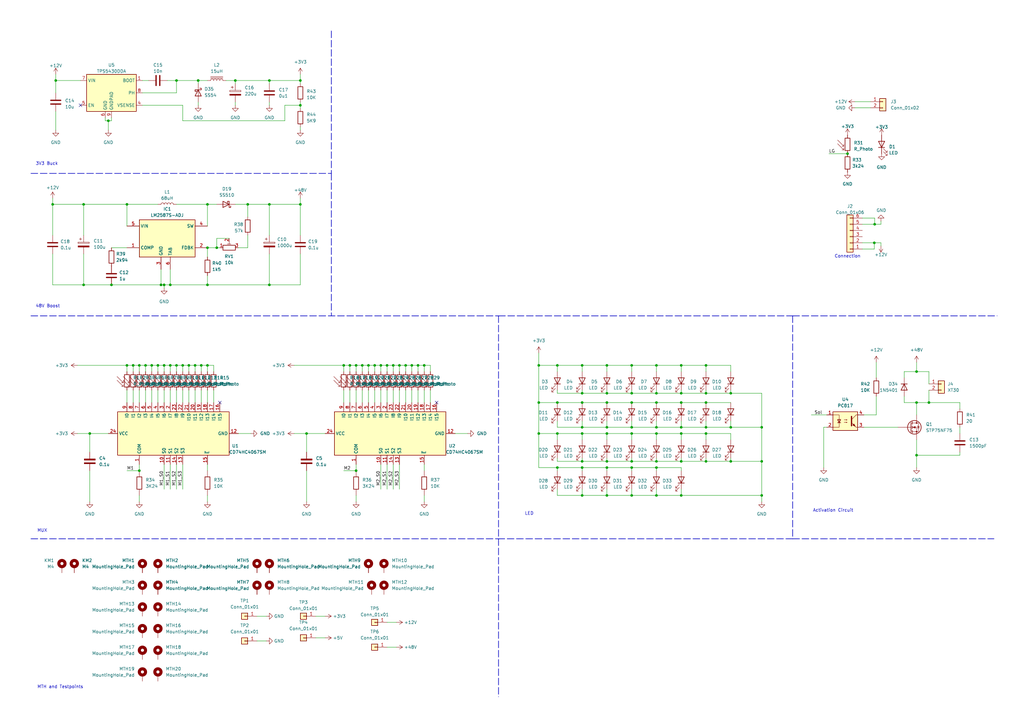
<source format=kicad_sch>
(kicad_sch (version 20230121) (generator eeschema)
  (paper "A3")
  (title_block (title "Layer 1") (date "2023-04-21") (rev "1") (company "Sentinels Robotics"))
  (junction (at 21.59 83.82))
  (junction (at 52.07 83.82))
  (junction (at 248.92 161.29))
  (junction (at 173.99 149.86))
  (junction (at 279.4 175.26))
  (junction (at 347.6069 63.0233))
  (junction (at 375.92 165.1))
  (junction (at 168.91 149.86))
  (junction (at 80.01 149.86))
  (junction (at 312.42 189.23))
  (junction (at 269.24 175.26))
  (junction (at 279.4 203.2))
  (junction (at 289.56 161.29))
  (junction (at 279.4 149.86))
  (junction (at 279.4 161.29))
  (junction (at 238.76 149.86))
  (junction (at 143.51 149.86))
  (junction (at 381 165.1))
  (junction (at 45.72 116.84))
  (junction (at 289.56 165.1))
  (junction (at 69.85 116.84))
  (junction (at 259.08 161.29))
  (junction (at 289.56 177.8))
  (junction (at 299.72 175.26))
  (junction (at 238.76 177.8))
  (junction (at 358.6046 99.5993))
  (junction (at 279.4 165.1))
  (junction (at 269.24 149.86))
  (junction (at 375.92 152.4))
  (junction (at 279.4 189.23))
  (junction (at 34.29 83.82))
  (junction (at 248.92 191.77))
  (junction (at 269.24 177.8))
  (junction (at 67.31 149.86))
  (junction (at 228.6 191.77))
  (junction (at 85.09 83.82))
  (junction (at 259.08 203.2))
  (junction (at 299.72 189.23))
  (junction (at 228.6 165.1))
  (junction (at 238.76 175.26))
  (junction (at 228.6 177.8))
  (junction (at 358.7315 91.9793))
  (junction (at 279.4 177.8))
  (junction (at 123.19 43.18))
  (junction (at 289.56 175.26))
  (junction (at 238.76 165.1))
  (junction (at 238.76 191.77))
  (junction (at 166.37 149.86))
  (junction (at 101.6 83.82))
  (junction (at 151.13 149.86))
  (junction (at 146.05 193.04))
  (junction (at 238.76 161.29))
  (junction (at 74.93 149.86))
  (junction (at 269.24 203.2))
  (junction (at 125.73 177.8))
  (junction (at 312.42 175.26))
  (junction (at 289.56 189.23))
  (junction (at 248.92 175.26))
  (junction (at 171.45 149.86))
  (junction (at 66.04 116.84))
  (junction (at 259.08 191.77))
  (junction (at 110.49 116.84))
  (junction (at 110.49 83.82))
  (junction (at 67.31 116.84))
  (junction (at 82.55 149.86))
  (junction (at 161.29 149.86))
  (junction (at 69.85 149.86))
  (junction (at 238.76 189.23))
  (junction (at 96.52 33.02))
  (junction (at 22.86 33.02))
  (junction (at 248.92 165.1))
  (junction (at 64.77 149.86))
  (junction (at 140.97 149.86))
  (junction (at 72.39 149.86))
  (junction (at 248.92 203.2))
  (junction (at 259.08 175.26))
  (junction (at 269.24 161.29))
  (junction (at 312.42 203.2))
  (junction (at 88.9 101.6))
  (junction (at 85.09 101.6))
  (junction (at 299.72 161.29))
  (junction (at 54.61 149.86))
  (junction (at 375.92 186.69))
  (junction (at 81.28 33.02))
  (junction (at 44.45 49.53))
  (junction (at 34.29 116.84))
  (junction (at 289.56 149.86))
  (junction (at 259.08 165.1))
  (junction (at 77.47 149.86))
  (junction (at 59.69 149.86))
  (junction (at 36.83 177.8))
  (junction (at 220.98 165.1))
  (junction (at 248.92 177.8))
  (junction (at 259.08 189.23))
  (junction (at 259.08 177.8))
  (junction (at 259.08 149.86))
  (junction (at 123.19 83.82))
  (junction (at 85.09 116.84))
  (junction (at 85.09 149.86))
  (junction (at 269.24 191.77))
  (junction (at 156.21 149.86))
  (junction (at 146.05 149.86))
  (junction (at 269.24 165.1))
  (junction (at 269.24 189.23))
  (junction (at 110.49 33.02))
  (junction (at 57.15 193.04))
  (junction (at 123.19 33.02))
  (junction (at 163.83 149.86))
  (junction (at 57.15 149.86))
  (junction (at 62.23 149.86))
  (junction (at 158.75 149.86))
  (junction (at 153.67 149.86))
  (junction (at 220.98 149.86))
  (junction (at 238.76 203.2))
  (junction (at 228.6 149.86))
  (junction (at 220.98 177.8))
  (junction (at 248.92 149.86))
  (junction (at 248.92 189.23))
  (junction (at 72.39 33.02))
  (junction (at 52.07 149.86))
  (junction (at 148.59 149.86))
  (no_connect (at 179.07 165.1))
  (no_connect (at 33.02 43.18))
  (no_connect (at 90.17 165.1))
  (wire (pts (xy 52.07 83.82) (xy 64.77 83.82)))
  (wire (pts (xy 350.6549 44.2273) (xy 357.0049 44.2273)))
  (wire (pts (xy 54.61 160.02) (xy 54.61 165.1)))
  (wire (pts (xy 228.6 200.66) (xy 228.6 203.2)))
  (wire (pts (xy 238.76 152.4) (xy 238.76 149.86)))
  (wire (pts (xy 67.31 149.86) (xy 67.31 152.4)))
  (polyline (pts (xy 12.7 71.12) (xy 135.89 71.12)) (stroke (width 0.254) (type dash)))
  (wire (pts (xy 52.07 83.82) (xy 34.29 83.82)))
  (wire (pts (xy 358.6046 99.5993) (xy 361.3229 99.5993)))
  (wire (pts (xy 105.41 262.89) (xy 109.22 262.89)))
  (wire (pts (xy 161.29 149.86) (xy 161.29 152.4)))
  (wire (pts (xy 168.91 160.02) (xy 168.91 165.1)))
  (wire (pts (xy 64.77 149.86) (xy 64.77 152.4)))
  (wire (pts (xy 248.92 161.29) (xy 259.08 161.29)))
  (wire (pts (xy 58.42 43.18) (xy 74.93 43.18)))
  (wire (pts (xy 312.42 161.29) (xy 312.42 175.26)))
  (wire (pts (xy 143.51 160.02) (xy 143.51 165.1)))
  (polyline (pts (xy 12.7 220.98) (xy 204.47 220.98)) (stroke (width 0.254) (type dash)))
  (wire (pts (xy 248.92 200.66) (xy 248.92 203.2)))
  (wire (pts (xy 238.76 177.8) (xy 228.6 177.8)))
  (wire (pts (xy 171.45 149.86) (xy 168.91 149.86)))
  (wire (pts (xy 125.73 177.8) (xy 133.35 177.8)))
  (wire (pts (xy 74.93 149.86) (xy 74.93 152.4)))
  (wire (pts (xy 228.6 165.1) (xy 238.76 165.1)))
  (wire (pts (xy 279.4 193.04) (xy 279.4 191.77)))
  (wire (pts (xy 156.21 149.86) (xy 153.67 149.86)))
  (wire (pts (xy 54.61 149.86) (xy 54.61 152.4)))
  (wire (pts (xy 269.24 172.72) (xy 269.24 175.26)))
  (wire (pts (xy 248.92 203.2) (xy 259.08 203.2)))
  (wire (pts (xy 123.19 52.07) (xy 123.19 53.34)))
  (wire (pts (xy 269.24 203.2) (xy 279.4 203.2)))
  (wire (pts (xy 110.49 33.02) (xy 110.49 34.29)))
  (wire (pts (xy 101.6 101.6) (xy 97.79 101.6)))
  (wire (pts (xy 66.04 116.84) (xy 45.72 116.84)))
  (polyline (pts (xy 204.47 129.54) (xy 325.12 129.54)) (stroke (width 0.254) (type dash)))
  (wire (pts (xy 22.86 33.02) (xy 22.86 30.48)))
  (wire (pts (xy 299.72 180.34) (xy 299.72 177.8)))
  (wire (pts (xy 62.23 160.02) (xy 62.23 165.1)))
  (wire (pts (xy 57.15 149.86) (xy 54.61 149.86)))
  (wire (pts (xy 248.92 160.02) (xy 248.92 161.29)))
  (wire (pts (xy 72.39 149.86) (xy 72.39 152.4)))
  (wire (pts (xy 62.23 149.86) (xy 59.69 149.86)))
  (wire (pts (xy 85.09 149.86) (xy 85.09 152.4)))
  (wire (pts (xy 36.83 177.8) (xy 44.45 177.8)))
  (wire (pts (xy 259.08 160.02) (xy 259.08 161.29)))
  (wire (pts (xy 289.56 187.96) (xy 289.56 189.23)))
  (wire (pts (xy 66.04 110.49) (xy 66.04 116.84)))
  (wire (pts (xy 279.4 149.86) (xy 269.24 149.86)))
  (wire (pts (xy 299.72 172.72) (xy 299.72 175.26)))
  (wire (pts (xy 116.84 49.53) (xy 116.84 43.18)))
  (wire (pts (xy 72.39 38.1) (xy 72.39 33.02)))
  (wire (pts (xy 289.56 160.02) (xy 289.56 161.29)))
  (wire (pts (xy 220.98 165.1) (xy 220.98 177.8)))
  (wire (pts (xy 87.63 149.86) (xy 87.63 152.4)))
  (wire (pts (xy 269.24 149.86) (xy 259.08 149.86)))
  (wire (pts (xy 123.19 41.91) (xy 123.19 43.18)))
  (wire (pts (xy 110.49 33.02) (xy 123.19 33.02)))
  (wire (pts (xy 22.86 33.02) (xy 22.86 38.1)))
  (wire (pts (xy 67.31 190.5) (xy 67.31 200.66)))
  (wire (pts (xy 85.09 203.2) (xy 85.09 205.74)))
  (wire (pts (xy 45.72 48.26) (xy 45.72 49.53)))
  (wire (pts (xy 85.09 101.6) (xy 85.09 105.41)))
  (wire (pts (xy 238.76 189.23) (xy 248.92 189.23)))
  (wire (pts (xy 353.7029 102.1393) (xy 358.6046 102.1393)))
  (wire (pts (xy 36.83 177.8) (xy 36.83 185.42)))
  (wire (pts (xy 72.39 149.86) (xy 69.85 149.86)))
  (wire (pts (xy 228.6 172.72) (xy 228.6 175.26)))
  (wire (pts (xy 96.52 83.82) (xy 101.6 83.82)))
  (wire (pts (xy 87.63 149.86) (xy 85.09 149.86)))
  (wire (pts (xy 259.08 191.77) (xy 248.92 191.77)))
  (wire (pts (xy 96.52 33.02) (xy 96.52 34.29)))
  (wire (pts (xy 299.72 175.26) (xy 312.42 175.26)))
  (wire (pts (xy 220.98 177.8) (xy 228.6 177.8)))
  (wire (pts (xy 359.41 148.59) (xy 359.41 154.94)))
  (wire (pts (xy 69.85 190.5) (xy 69.85 200.66)))
  (wire (pts (xy 289.56 189.23) (xy 299.72 189.23)))
  (wire (pts (xy 228.6 189.23) (xy 238.76 189.23)))
  (wire (pts (xy 74.93 160.02) (xy 74.93 165.1)))
  (wire (pts (xy 74.93 49.53) (xy 116.84 49.53)))
  (wire (pts (xy 375.92 180.34) (xy 375.92 186.69)))
  (wire (pts (xy 67.31 149.86) (xy 64.77 149.86)))
  (wire (pts (xy 279.4 175.26) (xy 289.56 175.26)))
  (wire (pts (xy 52.07 101.6) (xy 45.72 101.6)))
  (wire (pts (xy 69.85 116.84) (xy 85.09 116.84)))
  (wire (pts (xy 238.76 172.72) (xy 238.76 175.26)))
  (wire (pts (xy 82.55 160.02) (xy 82.55 165.1)))
  (wire (pts (xy 140.97 160.02) (xy 140.97 165.1)))
  (wire (pts (xy 171.45 160.02) (xy 171.45 165.1)))
  (wire (pts (xy 77.47 160.02) (xy 77.47 165.1)))
  (wire (pts (xy 123.19 33.02) (xy 123.19 34.29)))
  (wire (pts (xy 289.56 177.8) (xy 279.4 177.8)))
  (wire (pts (xy 52.07 160.02) (xy 52.07 165.1)))
  (wire (pts (xy 69.85 149.86) (xy 67.31 149.86)))
  (wire (pts (xy 238.76 200.66) (xy 238.76 203.2)))
  (wire (pts (xy 220.98 149.86) (xy 220.98 165.1)))
  (wire (pts (xy 269.24 180.34) (xy 269.24 177.8)))
  (wire (pts (xy 176.53 160.02) (xy 176.53 165.1)))
  (wire (pts (xy 289.56 180.34) (xy 289.56 177.8)))
  (wire (pts (xy 279.4 172.72) (xy 279.4 175.26)))
  (wire (pts (xy 21.59 116.84) (xy 34.29 116.84)))
  (wire (pts (xy 289.56 175.26) (xy 299.72 175.26)))
  (wire (pts (xy 161.29 190.5) (xy 161.29 200.66)))
  (polyline (pts (xy 135.89 12.7) (xy 135.89 71.12)) (stroke (width 0.254) (type dash)))
  (wire (pts (xy 279.4 200.66) (xy 279.4 203.2)))
  (wire (pts (xy 43.18 49.53) (xy 44.45 49.53)))
  (wire (pts (xy 101.6 83.82) (xy 110.49 83.82)))
  (wire (pts (xy 85.09 149.86) (xy 82.55 149.86)))
  (polyline (pts (xy 12.7 129.54) (xy 204.47 129.54)) (stroke (width 0.254) (type dash)))
  (wire (pts (xy 299.72 189.23) (xy 312.42 189.23)))
  (wire (pts (xy 45.72 116.84) (xy 34.29 116.84)))
  (wire (pts (xy 176.53 149.86) (xy 176.53 152.4)))
  (wire (pts (xy 370.84 165.1) (xy 370.84 162.56)))
  (wire (pts (xy 248.92 189.23) (xy 259.08 189.23)))
  (wire (pts (xy 158.75 255.27) (xy 162.56 255.27)))
  (polyline (pts (xy 204.47 129.54) (xy 204.47 220.98)) (stroke (width 0.254) (type dash)))
  (wire (pts (xy 220.98 177.8) (xy 220.98 191.77)))
  (wire (pts (xy 146.05 149.86) (xy 143.51 149.86)))
  (wire (pts (xy 269.24 165.1) (xy 279.4 165.1)))
  (wire (pts (xy 96.52 41.91) (xy 96.52 43.18)))
  (wire (pts (xy 151.13 149.86) (xy 148.59 149.86)))
  (wire (pts (xy 279.4 165.1) (xy 289.56 165.1)))
  (wire (pts (xy 88.9 97.79) (xy 88.9 101.6)))
  (wire (pts (xy 353.7029 91.9793) (xy 358.7315 91.9793)))
  (wire (pts (xy 22.86 45.72) (xy 22.86 53.34)))
  (wire (pts (xy 69.85 149.86) (xy 69.85 152.4)))
  (wire (pts (xy 123.19 104.14) (xy 123.19 116.84)))
  (wire (pts (xy 69.85 160.02) (xy 69.85 165.1)))
  (wire (pts (xy 361.3229 91.9793) (xy 361.3229 90.7093)))
  (wire (pts (xy 123.19 83.82) (xy 123.19 96.52)))
  (wire (pts (xy 359.41 162.56) (xy 359.41 170.18)))
  (wire (pts (xy 259.08 203.2) (xy 269.24 203.2)))
  (wire (pts (xy 381 160.02) (xy 381 165.1)))
  (wire (pts (xy 69.85 116.84) (xy 67.31 116.84)))
  (wire (pts (xy 161.29 149.86) (xy 158.75 149.86)))
  (wire (pts (xy 129.54 261.62) (xy 133.35 261.62)))
  (wire (pts (xy 105.41 252.73) (xy 109.22 252.73)))
  (wire (pts (xy 140.97 149.86) (xy 120.65 149.86)))
  (wire (pts (xy 381 165.1) (xy 393.7 165.1)))
  (wire (pts (xy 375.92 186.69) (xy 375.92 191.77)))
  (wire (pts (xy 354.33 175.26) (xy 368.3 175.26)))
  (wire (pts (xy 80.01 149.86) (xy 80.01 152.4)))
  (wire (pts (xy 269.24 191.77) (xy 269.24 193.04)))
  (wire (pts (xy 158.75 149.86) (xy 156.21 149.86)))
  (wire (pts (xy 279.4 203.2) (xy 312.42 203.2)))
  (polyline (pts (xy 325.12 129.54) (xy 408.94 129.54)) (stroke (width 0.254) (type dash)))
  (wire (pts (xy 337.82 175.26) (xy 337.82 191.77)))
  (wire (pts (xy 45.72 49.53) (xy 44.45 49.53)))
  (wire (pts (xy 228.6 191.77) (xy 220.98 191.77)))
  (wire (pts (xy 238.76 165.1) (xy 248.92 165.1)))
  (wire (pts (xy 238.76 180.34) (xy 238.76 177.8)))
  (wire (pts (xy 58.42 33.02) (xy 60.96 33.02)))
  (wire (pts (xy 80.01 149.86) (xy 77.47 149.86)))
  (wire (pts (xy 220.98 149.86) (xy 228.6 149.86)))
  (wire (pts (xy 81.28 41.91) (xy 81.28 43.18)))
  (wire (pts (xy 289.56 165.1) (xy 299.72 165.1)))
  (polyline (pts (xy 204.47 220.98) (xy 204.47 285.75)) (stroke (width 0.254) (type dash)))
  (wire (pts (xy 116.84 43.18) (xy 123.19 43.18)))
  (wire (pts (xy 279.4 177.8) (xy 269.24 177.8)))
  (wire (pts (xy 375.92 165.1) (xy 370.84 165.1)))
  (wire (pts (xy 393.7 165.1) (xy 393.7 167.64)))
  (wire (pts (xy 238.76 149.86) (xy 228.6 149.86)))
  (wire (pts (xy 168.91 149.86) (xy 168.91 152.4)))
  (wire (pts (xy 52.07 92.71) (xy 52.07 83.82)))
  (wire (pts (xy 57.15 203.2) (xy 57.15 205.74)))
  (wire (pts (xy 72.39 160.02) (xy 72.39 165.1)))
  (wire (pts (xy 299.72 187.96) (xy 299.72 189.23)))
  (wire (pts (xy 156.21 190.5) (xy 156.21 200.66)))
  (wire (pts (xy 156.21 149.86) (xy 156.21 152.4)))
  (wire (pts (xy 238.76 187.96) (xy 238.76 189.23)))
  (wire (pts (xy 57.15 160.02) (xy 57.15 165.1)))
  (wire (pts (xy 354.33 170.18) (xy 359.41 170.18)))
  (wire (pts (xy 74.93 149.86) (xy 72.39 149.86)))
  (wire (pts (xy 299.72 160.02) (xy 299.72 161.29)))
  (wire (pts (xy 36.83 193.04) (xy 36.83 205.74)))
  (wire (pts (xy 269.24 191.77) (xy 259.08 191.77)))
  (wire (pts (xy 173.99 190.5) (xy 173.99 193.04)))
  (wire (pts (xy 158.75 160.02) (xy 158.75 165.1)))
  (wire (pts (xy 97.79 177.8) (xy 102.87 177.8)))
  (wire (pts (xy 375.92 148.59) (xy 375.92 152.4)))
  (wire (pts (xy 80.01 160.02) (xy 80.01 165.1)))
  (wire (pts (xy 248.92 172.72) (xy 248.92 175.26)))
  (wire (pts (xy 110.49 83.82) (xy 110.49 96.52)))
  (wire (pts (xy 248.92 187.96) (xy 248.92 189.23)))
  (wire (pts (xy 153.67 160.02) (xy 153.67 165.1)))
  (wire (pts (xy 375.92 152.4) (xy 381 152.4)))
  (wire (pts (xy 238.76 160.02) (xy 238.76 161.29)))
  (wire (pts (xy 269.24 152.4) (xy 269.24 149.86)))
  (wire (pts (xy 332.74 170.18) (xy 339.09 170.18)))
  (wire (pts (xy 146.05 190.5) (xy 146.05 193.04)))
  (wire (pts (xy 299.72 161.29) (xy 312.42 161.29)))
  (wire (pts (xy 238.76 191.77) (xy 238.76 193.04)))
  (wire (pts (xy 72.39 33.02) (xy 81.28 33.02)))
  (wire (pts (xy 110.49 116.84) (xy 123.19 116.84)))
  (wire (pts (xy 248.92 191.77) (xy 238.76 191.77)))
  (wire (pts (xy 59.69 149.86) (xy 59.69 152.4)))
  (wire (pts (xy 370.84 152.4) (xy 370.84 154.94)))
  (wire (pts (xy 158.75 149.86) (xy 158.75 152.4)))
  (wire (pts (xy 153.67 149.86) (xy 153.67 152.4)))
  (wire (pts (xy 228.6 180.34) (xy 228.6 177.8)))
  (wire (pts (xy 87.63 160.02) (xy 87.63 165.1)))
  (wire (pts (xy 85.09 101.6) (xy 88.9 101.6)))
  (wire (pts (xy 358.7315 91.9793) (xy 361.3229 91.9793)))
  (wire (pts (xy 259.08 177.8) (xy 248.92 177.8)))
  (wire (pts (xy 238.76 191.77) (xy 228.6 191.77)))
  (wire (pts (xy 93.98 97.79) (xy 88.9 97.79)))
  (wire (pts (xy 259.08 161.29) (xy 269.24 161.29)))
  (wire (pts (xy 77.47 149.86) (xy 77.47 152.4)))
  (wire (pts (xy 34.29 83.82) (xy 34.29 96.52)))
  (wire (pts (xy 166.37 160.02) (xy 166.37 165.1)))
  (wire (pts (xy 59.69 149.86) (xy 57.15 149.86)))
  (wire (pts (xy 173.99 160.02) (xy 173.99 165.1)))
  (wire (pts (xy 238.76 203.2) (xy 248.92 203.2)))
  (wire (pts (xy 21.59 81.28) (xy 21.59 83.82)))
  (wire (pts (xy 259.08 175.26) (xy 269.24 175.26)))
  (wire (pts (xy 299.72 152.4) (xy 299.72 149.86)))
  (wire (pts (xy 62.23 149.86) (xy 62.23 152.4)))
  (wire (pts (xy 228.6 160.02) (xy 228.6 161.29)))
  (wire (pts (xy 279.4 189.23) (xy 289.56 189.23)))
  (wire (pts (xy 259.08 172.72) (xy 259.08 175.26)))
  (wire (pts (xy 146.05 149.86) (xy 146.05 152.4)))
  (wire (pts (xy 173.99 149.86) (xy 171.45 149.86)))
  (wire (pts (xy 74.93 190.5) (xy 74.93 200.66)))
  (wire (pts (xy 158.75 190.5) (xy 158.75 200.66)))
  (wire (pts (xy 153.67 149.86) (xy 151.13 149.86)))
  (wire (pts (xy 72.39 83.82) (xy 85.09 83.82)))
  (wire (pts (xy 228.6 175.26) (xy 238.76 175.26)))
  (wire (pts (xy 59.69 160.02) (xy 59.69 165.1)))
  (wire (pts (xy 186.69 177.8) (xy 191.77 177.8)))
  (wire (pts (xy 289.56 152.4) (xy 289.56 149.86)))
  (wire (pts (xy 279.4 160.02) (xy 279.4 161.29)))
  (wire (pts (xy 44.45 53.34) (xy 44.45 49.53)))
  (wire (pts (xy 163.83 149.86) (xy 161.29 149.86)))
  (wire (pts (xy 158.75 265.43) (xy 162.56 265.43)))
  (wire (pts (xy 69.85 110.49) (xy 69.85 116.84)))
  (wire (pts (xy 350.6549 41.6873) (xy 357.0049 41.6873)))
  (wire (pts (xy 269.24 187.96) (xy 269.24 189.23)))
  (wire (pts (xy 238.76 175.26) (xy 248.92 175.26)))
  (polyline (pts (xy 135.89 71.12) (xy 135.89 129.54)) (stroke (width 0.254) (type dash)))
  (wire (pts (xy 358.7315 91.9793) (xy 358.7315 89.4393)))
  (wire (pts (xy 143.51 149.86) (xy 140.97 149.86)))
  (wire (pts (xy 110.49 83.82) (xy 123.19 83.82)))
  (wire (pts (xy 269.24 189.23) (xy 279.4 189.23)))
  (wire (pts (xy 228.6 187.96) (xy 228.6 189.23)))
  (wire (pts (xy 143.51 149.86) (xy 143.51 152.4)))
  (wire (pts (xy 339.09 175.26) (xy 337.82 175.26)))
  (wire (pts (xy 269.24 161.29) (xy 279.4 161.29)))
  (wire (pts (xy 82.55 149.86) (xy 80.01 149.86)))
  (wire (pts (xy 85.09 113.03) (xy 85.09 116.84)))
  (wire (pts (xy 85.09 160.02) (xy 85.09 165.1)))
  (wire (pts (xy 259.08 180.34) (xy 259.08 177.8)))
  (wire (pts (xy 125.73 193.04) (xy 125.73 205.74)))
  (wire (pts (xy 151.13 149.86) (xy 151.13 152.4)))
  (wire (pts (xy 163.83 160.02) (xy 163.83 165.1)))
  (wire (pts (xy 123.19 30.48) (xy 123.19 33.02)))
  (wire (pts (xy 81.28 33.02) (xy 85.09 33.02)))
  (wire (pts (xy 228.6 161.29) (xy 238.76 161.29)))
  (wire (pts (xy 358.7315 89.4393) (xy 353.7029 89.4393)))
  (wire (pts (xy 148.59 149.86) (xy 146.05 149.86)))
  (wire (pts (xy 31.75 177.8) (xy 36.83 177.8)))
  (wire (pts (xy 101.6 96.52) (xy 101.6 101.6)))
  (wire (pts (xy 148.59 160.02) (xy 148.59 165.1)))
  (wire (pts (xy 375.92 165.1) (xy 375.92 170.18)))
  (wire (pts (xy 67.31 160.02) (xy 67.31 165.1)))
  (wire (pts (xy 21.59 83.82) (xy 21.59 96.52)))
  (wire (pts (xy 57.15 149.86) (xy 57.15 152.4)))
  (wire (pts (xy 77.47 149.86) (xy 74.93 149.86)))
  (wire (pts (xy 259.08 189.23) (xy 269.24 189.23)))
  (wire (pts (xy 259.08 149.86) (xy 248.92 149.86)))
  (wire (pts (xy 339.9869 63.0233) (xy 347.6069 63.0233)))
  (wire (pts (xy 54.61 149.86) (xy 52.07 149.86)))
  (wire (pts (xy 299.72 149.86) (xy 289.56 149.86)))
  (wire (pts (xy 312.42 203.2) (xy 312.42 205.74)))
  (wire (pts (xy 248.92 149.86) (xy 238.76 149.86)))
  (wire (pts (xy 289.56 172.72) (xy 289.56 175.26)))
  (wire (pts (xy 58.42 38.1) (xy 72.39 38.1)))
  (wire (pts (xy 146.05 160.02) (xy 146.05 165.1)))
  (wire (pts (xy 81.28 33.02) (xy 81.28 34.29)))
  (wire (pts (xy 82.55 149.86) (xy 82.55 152.4)))
  (wire (pts (xy 96.52 33.02) (xy 110.49 33.02)))
  (wire (pts (xy 90.17 101.6) (xy 88.9 101.6)))
  (wire (pts (xy 248.92 152.4) (xy 248.92 149.86)))
  (wire (pts (xy 52.07 149.86) (xy 31.75 149.86)))
  (wire (pts (xy 85.09 83.82) (xy 88.9 83.82)))
  (wire (pts (xy 228.6 191.77) (xy 228.6 193.04)))
  (wire (pts (xy 173.99 203.2) (xy 173.99 205.74)))
  (wire (pts (xy 312.42 175.26) (xy 312.42 189.23)))
  (wire (pts (xy 289.56 149.86) (xy 279.4 149.86)))
  (wire (pts (xy 171.45 149.86) (xy 171.45 152.4)))
  (wire (pts (xy 110.49 41.91) (xy 110.49 43.18)))
  (wire (pts (xy 74.93 43.18) (xy 74.93 49.53)))
  (wire (pts (xy 269.24 200.66) (xy 269.24 203.2)))
  (wire (pts (xy 248.92 165.1) (xy 259.08 165.1)))
  (wire (pts (xy 161.29 160.02) (xy 161.29 165.1)))
  (wire (pts (xy 381 157.48) (xy 381 152.4)))
  (wire (pts (xy 279.4 161.29) (xy 289.56 161.29)))
  (wire (pts (xy 34.29 116.84) (xy 34.29 104.14)))
  (wire (pts (xy 68.58 33.02) (xy 72.39 33.02)))
  (wire (pts (xy 57.15 190.5) (xy 57.15 193.04)))
  (wire (pts (xy 123.19 83.82) (xy 123.19 81.28)))
  (wire (pts (xy 279.4 152.4) (xy 279.4 149.86)))
  (wire (pts (xy 22.86 33.02) (xy 33.02 33.02)))
  (wire (pts (xy 269.24 177.8) (xy 259.08 177.8)))
  (wire (pts (xy 259.08 152.4) (xy 259.08 149.86)))
  (wire (pts (xy 353.7029 99.5993) (xy 358.6046 99.5993)))
  (wire (pts (xy 248.92 175.26) (xy 259.08 175.26)))
  (wire (pts (xy 375.92 186.69) (xy 393.7 186.69)))
  (wire (pts (xy 101.6 83.82) (xy 101.6 88.9)))
  (wire (pts (xy 129.54 252.73) (xy 133.35 252.73)))
  (wire (pts (xy 85.09 83.82) (xy 85.09 92.71)))
  (wire (pts (xy 269.24 160.02) (xy 269.24 161.29)))
  (wire (pts (xy 248.92 180.34) (xy 248.92 177.8)))
  (wire (pts (xy 140.97 149.86) (xy 140.97 152.4)))
  (wire (pts (xy 125.73 177.8) (xy 125.73 185.42)))
  (wire (pts (xy 228.6 152.4) (xy 228.6 149.86)))
  (wire (pts (xy 85.09 190.5) (xy 85.09 193.04)))
  (wire (pts (xy 259.08 200.66) (xy 259.08 203.2)))
  (wire (pts (xy 312.42 189.23) (xy 312.42 203.2)))
  (wire (pts (xy 156.21 160.02) (xy 156.21 165.1)))
  (wire (pts (xy 146.05 203.2) (xy 146.05 205.74)))
  (wire (pts (xy 375.92 165.1) (xy 381 165.1)))
  (wire (pts (xy 43.18 48.26) (xy 43.18 49.53)))
  (wire (pts (xy 67.31 118.11) (xy 67.31 116.84)))
  (wire (pts (xy 269.24 175.26) (xy 279.4 175.26)))
  (wire (pts (xy 168.91 149.86) (xy 166.37 149.86)))
  (wire (pts (xy 299.72 177.8) (xy 289.56 177.8)))
  (wire (pts (xy 64.77 160.02) (xy 64.77 165.1)))
  (wire (pts (xy 21.59 83.82) (xy 34.29 83.82)))
  (wire (pts (xy 279.4 187.96) (xy 279.4 189.23)))
  (wire (pts (xy 238.76 161.29) (xy 248.92 161.29)))
  (wire (pts (xy 52.07 193.04) (xy 57.15 193.04)))
  (wire (pts (xy 110.49 104.14) (xy 110.49 116.84)))
  (wire (pts (xy 220.98 144.78) (xy 220.98 149.86)))
  (wire (pts (xy 52.07 149.86) (xy 52.07 152.4)))
  (wire (pts (xy 166.37 149.86) (xy 163.83 149.86)))
  (wire (pts (xy 166.37 149.86) (xy 166.37 152.4)))
  (wire (pts (xy 92.71 33.02) (xy 96.52 33.02)))
  (wire (pts (xy 279.4 180.34) (xy 279.4 177.8)))
  (polyline (pts (xy 325.12 220.98) (xy 204.47 220.98)) (stroke (width 0.254) (type dash)))
  (wire (pts (xy 279.4 191.77) (xy 269.24 191.77)))
  (wire (pts (xy 248.92 191.77) (xy 248.92 193.04)))
  (wire (pts (xy 120.65 177.8) (xy 125.73 177.8)))
  (wire (pts (xy 21.59 104.14) (xy 21.59 116.84)))
  (polyline (pts (xy 325.12 220.98) (xy 407.67 220.98)) (stroke (width 0.254) (type dash)))
  (wire (pts (xy 148.59 149.86) (xy 148.59 152.4)))
  (wire (pts (xy 361.3229 100.8693) (xy 361.3229 99.5993)))
  (wire (pts (xy 228.6 203.2) (xy 238.76 203.2)))
  (wire (pts (xy 72.39 190.5) (xy 72.39 200.66)))
  (wire (pts (xy 259.08 165.1) (xy 269.24 165.1)))
  (wire (pts (xy 248.92 177.8) (xy 238.76 177.8)))
  (wire (pts (xy 151.13 160.02) (xy 151.13 165.1)))
  (wire (pts (xy 110.49 116.84) (xy 85.09 116.84)))
  (wire (pts (xy 393.7 175.26) (xy 393.7 177.8)))
  (wire (pts (xy 176.53 149.86) (xy 173.99 149.86)))
  (wire (pts (xy 259.08 191.77) (xy 259.08 193.04)))
  (wire (pts (xy 259.08 187.96) (xy 259.08 189.23)))
  (wire (pts (xy 123.19 43.18) (xy 123.19 44.45)))
  (wire (pts (xy 173.99 149.86) (xy 173.99 152.4)))
  (wire (pts (xy 163.83 190.5) (xy 163.83 200.66)))
  (wire (pts (xy 220.98 165.1) (xy 228.6 165.1)))
  (wire (pts (xy 64.77 149.86) (xy 62.23 149.86)))
  (wire (pts (xy 358.6046 102.1393) (xy 358.6046 99.5993)))
  (wire (pts (xy 67.31 116.84) (xy 66.04 116.84)))
  (wire (pts (xy 163.83 149.86) (xy 163.83 152.4)))
  (wire (pts (xy 289.56 161.29) (xy 299.72 161.29)))
  (polyline (pts (xy 325.12 129.54) (xy 325.12 220.98)) (stroke (width 0.254) (type dash)))
  (wire (pts (xy 140.97 193.04) (xy 146.05 193.04)))
  (wire (pts (xy 370.84 152.4) (xy 375.92 152.4)))
  (wire (pts (xy 393.7 185.42) (xy 393.7 186.69)))
  (text "LED" (at 215.265 211.455 0) (effects (font (size 1.27 1.27)) (justify left bottom)))
  (text "48V Boost" (at 14.605 126.365 0) (effects (font (size 1.27 1.27)) (justify left bottom)))
  (text "MUX" (at 15.24 218.44 0) (effects (font (size 1.27 1.27)) (justify left bottom)))
  (text "Connection" (at 342.2729 105.9493 0) (effects (font (size 1.27 1.27)) (justify left bottom)))
  (text "3V3 Buck" (at 14.605 67.945 0) (effects (font (size 1.27 1.27)) (justify left bottom)))
  (text "MTH and Testpoints" (at 15.24 282.575 0) (effects (font (size 1.27 1.27)) (justify left bottom)))
  (text "Activation Circuit" (at 333.375 210.185 0) (effects (font (size 1.27 1.27)) (justify left bottom)))
  (label "M2_S0" (at 156.21 193.04 270))
  (label "M1" (at 52.07 193.04 0))
  (label "M2" (at 140.97 193.04 0))
  (label "M1_S1" (at 69.85 193.04 270))
  (label "M1_S3" (at 74.93 193.04 270))
  (label "M1_S2" (at 72.39 193.04 270))
  (label "M1_S0" (at 67.31 193.04 270))
  (label "M2_S2" (at 161.29 193.04 270))
  (label "M2_S1" (at 158.75 193.04 270))
  (label "M2_S3" (at 163.83 193.04 270))
  (label "Sol" (at 334.01 170.18 0))
  (label "LG" (at 339.9869 63.0233 0))
  (symbol (lib_id "Mechanical:MountingHole_Pad") (at 105.41 241.3 0) (mirror y) (unit 1)
    (property "Reference" "MTH7" (at 102.235 238.7599 0) (effects (justify left)))
    (property "Value" "MountingHole_Pad" (at 102.235 241.2999 0) (effects (justify left)))
    (property "Footprint" "MountingHole:MountingHole_3.2mm_M3_Pad_Via" (effects hide))
  )
  (symbol (lib_id "power:GND") (at 375.92 191.77 0) (unit 1)
    (property "Reference" "#PWR038" (effects hide))
    (property "Value" "GND" (at 375.92 196.85 0))
  )
  (symbol (lib_id "power:GND") (at 81.28 43.18 0) (unit 1)
    (property "Reference" "#PWR044" (effects hide))
    (property "Value" "GND" (at 81.28 48.26 0))
  )
  (symbol (lib_id "Device:C") (at 45.72 113.03 0) (unit 1)
    (property "Reference" "C12" (at 48.895 111.7599 0) (effects (justify left)))
    (property "Value" "1u" (at 48.895 114.2999 0) (effects (justify left)))
    (property "Footprint" "2024l1:cap0603" (effects hide))
  )
  (symbol (lib_id "Device:R_Photo") (at 140.97 156.21 0) (unit 1)
    (property "Reference" "R16" (at 143.51 154.9399 0) (effects (justify left)))
    (property "Value" "R_Photo" (at 143.51 157.4799 0) (effects (justify left)))
    (property "Footprint" "2024l1:ALS-PT19" (effects hide))
  )
  (symbol (lib_id "Device:R_Photo") (at 176.53 156.21 0) (unit 1)
    (property "Reference" "R30" (effects hide))
    (property "Value" "R_Photo" (at 179.07 157.4799 0) (effects (justify left)))
    (property "Footprint" "2024l1:ALS-PT19" (effects hide))
  )
  (symbol (lib_id "Diode:1N5401") (at 370.84 158.75 90) (mirror x) (unit 1)
    (property "Reference" "D34" (at 368.3 157.48 90) (effects (justify left)))
    (property "Value" "1N5401" (at 368.3 160.02 90) (effects (justify left)))
    (property "Footprint" "Diode_THT:D_DO-201AD_P15.24mm_Horizontal" (effects hide))
    (property "Datasheet" "http://www.vishay.com/docs/88516/1n5400.pdf" (effects hide))
    (property "Sim.Device" "D" (effects hide))
    (property "Sim.Pins" "1=K 2=A" (effects hide))
  )
  (symbol (lib_id "Device:LED") (at 299.72 168.91 270) (mirror x) (unit 1)
    (property "Reference" "D18" (at 295.91 169.2274 90) (effects (justify right)))
    (property "Value" "LED" (at 295.91 171.7674 90) (effects (justify right)))
    (property "Footprint" "2024l1:LED-3528" (effects hide))
  )
  (symbol (lib_id "Device:R_Photo") (at 69.85 156.21 0) (unit 1)
    (property "Reference" "R8" (at 72.39 154.9399 0) (effects (justify left)))
    (property "Value" "R_Photo" (at 72.39 157.4799 0) (effects (justify left)))
    (property "Footprint" "2024l1:ALS-PT19" (effects hide))
  )
  (symbol (lib_id "Device:R") (at 101.6 92.71 0) (mirror y) (unit 1)
    (property "Reference" "R38" (at 99.822 92.075 0) (effects (justify left)))
    (property "Value" "57k" (at 99.822 94.615 0) (effects (justify left)))
    (property "Footprint" "2024l1:res0603" (effects hide))
  )
  (symbol (lib_id "Device:LED") (at 269.24 196.85 270) (mirror x) (unit 1)
    (property "Reference" "D32" (at 265.43 197.1674 90) (effects (justify right)))
    (property "Value" "LED" (at 265.43 199.7074 90) (effects (justify right)))
    (property "Footprint" "2024l1:LED-3528" (effects hide))
  )
  (symbol (lib_id "power:GND") (at 44.45 53.34 0) (unit 1)
    (property "Reference" "#PWR043" (effects hide))
    (property "Value" "GND" (at 44.45 58.42 0))
  )
  (symbol (lib_id "Device:LED") (at 259.08 196.85 270) (mirror x) (unit 1)
    (property "Reference" "D31" (at 255.27 197.1674 90) (effects (justify right)))
    (property "Value" "LED" (at 255.27 199.7074 90) (effects (justify right)))
    (property "Footprint" "2024l1:LED-3528" (effects hide))
  )
  (symbol (lib_id "Device:R") (at 45.72 105.41 0) (unit 1)
    (property "Reference" "R39" (at 47.625 104.1399 0) (effects (justify left)))
    (property "Value" "2k94" (at 47.625 106.6799 0) (effects (justify left)))
    (property "Footprint" "2024l1:res0603" (effects hide))
  )
  (symbol (lib_id "power:GND") (at 337.82 191.77 0) (unit 1)
    (property "Reference" "#PWR037" (effects hide))
    (property "Value" "GND" (at 337.82 196.85 0))
  )
  (symbol (lib_id "Device:LED") (at 248.92 184.15 270) (mirror x) (unit 1)
    (property "Reference" "D22" (at 245.11 184.4674 90) (effects (justify right)))
    (property "Value" "LED" (at 245.11 187.0074 90) (effects (justify right)))
    (property "Footprint" "2024l1:LED-3528" (effects hide))
  )
  (symbol (lib_id "Mechanical:MountingHole_Pad") (at 30.48 232.41 0) (unit 1)
    (property "Reference" "KM2" (at 33.655 229.8699 0) (effects (justify left)))
    (property "Value" "M4" (at 33.655 232.4099 0) (effects (justify left)))
    (property "Footprint" "MountingHole:MountingHole_4.3mm_M4_Pad_Via" (effects hide))
  )
  (symbol (lib_id "Device:R") (at 393.7 171.45 0) (mirror y) (unit 1)
    (property "Reference" "R41" (at 396.24 170.18 0) (effects (justify right)))
    (property "Value" "20" (at 396.24 172.72 0) (effects (justify right)))
    (property "Footprint" "2024l1:res0603" (effects hide))
  )
  (symbol (lib_id "power:+3V3") (at 347.6069 55.4033 0) (unit 1)
    (property "Reference" "#PWR05" (effects hide))
    (property "Value" "+3V3" (at 347.6069 51.8473 0))
  )
  (symbol (lib_id "power:GND") (at 350.6549 44.2273 270) (unit 1)
    (property "Reference" "#PWR036" (effects hide))
    (property "Value" "GND" (at 346.8449 44.2272 90) (effects (justify right)))
  )
  (symbol (lib_id "vincent:R") (at 146.05 198.12 90) (unit 1)
    (property "Reference" "R36" (at 148.59 196.8499 90) (effects (justify right)))
    (property "Value" "3K24" (at 148.59 199.3899 90) (effects (justify right)))
    (property "Footprint" "2024l1:res0603" (effects hide))
  )
  (symbol (lib_id "Diode:B340") (at 81.28 38.1 270) (unit 1)
    (property "Reference" "D35" (at 83.82 36.5125 90) (effects (justify left)))
    (property "Value" "SS54" (at 83.82 39.0525 90) (effects (justify left)))
    (property "Footprint" "2024l1:SMA (DO-214AC)" (effects hide))
    (property "Datasheet" "http://www.jameco.com/Jameco/Products/ProdDS/1538777.pdf" (effects hide))
  )
  (symbol (lib_id "Device:LED") (at 248.92 196.85 270) (mirror x) (unit 1)
    (property "Reference" "D30" (at 245.11 197.1674 90) (effects (justify right)))
    (property "Value" "LED" (at 245.11 199.7074 90) (effects (justify right)))
    (property "Footprint" "2024l1:LED-3528" (effects hide))
  )
  (symbol (lib_id "Device:C_Polarized") (at 110.49 100.33 0) (unit 1)
    (property "Reference" "C10" (at 113.665 98.1709 0) (effects (justify left)))
    (property "Value" "1000u" (at 113.665 100.7109 0) (effects (justify left)))
    (property "Footprint" "2024l1:CP_Radial_D16.0mm_P7.50mm" (effects hide))
  )
  (symbol (lib_id "power:GND") (at 110.49 43.18 0) (unit 1)
    (property "Reference" "#PWR040" (effects hide))
    (property "Value" "GND" (at 110.49 48.26 0))
  )
  (symbol (lib_id "power:GND") (at 191.77 177.8 90) (unit 1)
    (property "Reference" "#PWR014" (effects hide))
    (property "Value" "GND" (at 195.58 177.7999 90) (effects (justify right)))
  )
  (symbol (lib_id "power:+5V") (at 133.35 261.62 270) (unit 1)
    (property "Reference" "#PWR050" (effects hide))
    (property "Value" "+5V" (at 136.525 261.6199 90) (effects (justify left)))
  )
  (symbol (lib_id "Device:R_Photo") (at 143.51 156.21 0) (unit 1)
    (property "Reference" "R17" (at 146.05 154.9399 0) (effects (justify left)))
    (property "Value" "R_Photo" (at 146.05 157.4799 0) (effects (justify left)))
    (property "Footprint" "2024l1:ALS-PT19" (effects hide))
  )
  (symbol (lib_id "power:+3V3") (at 120.65 177.8 90) (unit 1)
    (property "Reference" "#PWR013" (effects hide))
    (property "Value" "+3V3" (at 116.84 177.7999 90) (effects (justify left)))
  )
  (symbol (lib_id "Mechanical:MountingHole_Pad") (at 157.48 232.41 0) (unit 1)
    (property "Reference" "MTH10" (at 160.655 229.8699 0) (effects (justify left)))
    (property "Value" "MountingHole_Pad" (at 160.655 232.4099 0) (effects (justify left)))
    (property "Footprint" "MountingHole:MountingHole_3.2mm_M3_Pad_Via" (effects hide))
  )
  (symbol (lib_id "power:GND") (at 347.6069 70.6433 0) (unit 1)
    (property "Reference" "#PWR010" (effects hide))
    (property "Value" "GND" (at 347.6069 75.4693 0))
  )
  (symbol (lib_id "Device:C") (at 21.59 100.33 0) (unit 1)
    (property "Reference" "C18" (at 24.765 99.0599 0) (effects (justify left)))
    (property "Value" "0.1u" (at 24.765 101.5999 0) (effects (justify left)))
    (property "Footprint" "2024l1:cap0603" (effects hide))
  )
  (symbol (lib_id "Device:R") (at 359.41 158.75 0) (unit 1)
    (property "Reference" "R42" (at 356.87 157.4799 0) (effects (justify right)))
    (property "Value" "10K" (at 356.87 160.0199 0) (effects (justify right)))
    (property "Footprint" "2024l1:res0603" (effects hide))
  )
  (symbol (lib_id "vincent:C") (at 125.73 189.23 90) (unit 1)
    (property "Reference" "C5" (at 129.54 187.9599 90) (effects (justify right)))
    (property "Value" "0.1u" (at 129.54 190.4999 90) (effects (justify right)))
    (property "Footprint" "2024l1:cap0603" (effects hide))
  )
  (symbol (lib_id "Device:LED") (at 259.08 168.91 270) (mirror x) (unit 1)
    (property "Reference" "D14" (at 255.27 169.2274 90) (effects (justify right)))
    (property "Value" "LED" (at 255.27 171.7674 90) (effects (justify right)))
    (property "Footprint" "2024l1:LED-3528" (effects hide))
  )
  (symbol (lib_id "Device:LED") (at 238.76 184.15 270) (mirror x) (unit 1)
    (property "Reference" "D21" (at 234.95 184.4674 90) (effects (justify right)))
    (property "Value" "LED" (at 234.95 187.0074 90) (effects (justify right)))
    (property "Footprint" "2024l1:LED-3528" (effects hide))
  )
  (symbol (lib_id "power:GND") (at 361.5769 63.0233 0) (unit 1)
    (property "Reference" "#PWR08" (effects hide))
    (property "Value" "GND" (at 361.5769 68.6113 0))
  )
  (symbol (lib_id "Device:R_Photo") (at 151.13 156.21 0) (unit 1)
    (property "Reference" "R20" (at 153.67 154.9399 0) (effects (justify left)))
    (property "Value" "R_Photo" (at 153.67 157.4799 0) (effects (justify left)))
    (property "Footprint" "2024l1:ALS-PT19" (effects hide))
  )
  (symbol (lib_id "Device:R_Photo") (at 153.67 156.21 0) (unit 1)
    (property "Reference" "R21" (at 156.21 154.9399 0) (effects (justify left)))
    (property "Value" "R_Photo" (at 156.21 157.4799 0) (effects (justify left)))
    (property "Footprint" "2024l1:ALS-PT19" (effects hide))
  )
  (symbol (lib_id "power:GND") (at 361.3229 90.7093 0) (mirror x) (unit 1)
    (property "Reference" "#PWR027" (effects hide))
    (property "Value" "GND" (at 359.4179 86.2643 0) (effects (justify left)))
  )
  (symbol (lib_id "Device:LED") (at 259.08 184.15 270) (mirror x) (unit 1)
    (property "Reference" "D23" (at 255.27 184.4674 90) (effects (justify right)))
    (property "Value" "LED" (at 255.27 187.0074 90) (effects (justify right)))
    (property "Footprint" "2024l1:LED-3528" (effects hide))
  )
  (symbol (lib_id "Device:R") (at 123.19 38.1 0) (unit 1)
    (property "Reference" "R43" (at 125.73 37.465 0) (effects (justify left)))
    (property "Value" "10K" (at 125.73 40.005 0) (effects (justify left)))
    (property "Footprint" "2024l1:res0603" (effects hide))
  )
  (symbol (lib_id "power:GND") (at 109.22 262.89 90) (unit 1)
    (property "Reference" "#PWR052" (effects hide))
    (property "Value" "GND" (at 112.395 262.8899 90) (effects (justify right)))
  )
  (symbol (lib_id "Device:LED") (at 228.6 156.21 270) (mirror x) (unit 1)
    (property "Reference" "D3" (at 224.79 156.5274 90) (effects (justify right)))
    (property "Value" "LED" (at 224.79 159.0674 90) (effects (justify right)))
    (property "Footprint" "2024l1:LED-3528" (effects hide))
  )
  (symbol (lib_id "Device:R_Photo") (at 74.93 156.21 0) (unit 1)
    (property "Reference" "R10" (at 77.47 154.9399 0) (effects (justify left)))
    (property "Value" "R_Photo" (at 77.47 157.4799 0) (effects (justify left)))
    (property "Footprint" "2024l1:ALS-PT19" (effects hide))
  )
  (symbol (lib_id "Device:LED") (at 238.76 168.91 270) (mirror x) (unit 1)
    (property "Reference" "D12" (at 234.95 169.2274 90) (effects (justify right)))
    (property "Value" "LED" (at 234.95 171.7674 90) (effects (justify right)))
    (property "Footprint" "2024l1:LED-3528" (effects hide))
  )
  (symbol (lib_id "Device:C") (at 64.77 33.02 90) (unit 1)
    (property "Reference" "C15" (at 64.77 26.67 90))
    (property "Value" "10n" (at 64.77 29.21 90))
    (property "Footprint" "2024l1:cap0603" (effects hide))
  )
  (symbol (lib_id "Device:R_Photo") (at 171.45 156.21 0) (unit 1)
    (property "Reference" "R28" (at 173.99 154.9399 0) (effects (justify left)))
    (property "Value" "R_Photo" (at 173.99 157.4799 0) (effects (justify left)))
    (property "Footprint" "2024l1:ALS-PT19" (effects hide))
  )
  (symbol (lib_id "power:GND") (at 85.09 205.74 0) (unit 1)
    (property "Reference" "#PWR018" (effects hide))
    (property "Value" "GND" (at 85.09 210.82 0))
  )
  (symbol (lib_id "power:GND") (at 102.87 177.8 90) (unit 1)
    (property "Reference" "#PWR012" (effects hide))
    (property "Value" "GND" (at 106.68 177.7999 90) (effects (justify right)))
  )
  (symbol (lib_id "Device:R_Photo") (at 57.15 156.21 0) (unit 1)
    (property "Reference" "R3" (at 59.69 154.9399 0) (effects (justify left)))
    (property "Value" "R_Photo" (at 59.69 157.4799 0) (effects (justify left)))
    (property "Footprint" "2024l1:ALS-PT19" (effects hide))
  )
  (symbol (lib_id "power:+3V3") (at 31.75 177.8 90) (unit 1)
    (property "Reference" "#PWR011" (effects hide))
    (property "Value" "+3V3" (at 27.94 177.7999 90) (effects (justify left)))
  )
  (symbol (lib_id "Mechanical:MountingHole_Pad") (at 64.77 259.08 0) (unit 1)
    (property "Reference" "MTH16" (at 67.945 256.5399 0) (effects (justify left)))
    (property "Value" "MountingHole_Pad" (at 67.945 259.0799 0) (effects (justify left)))
    (property "Footprint" "MountingHole:MountingHole_3.2mm_M3_Pad_Via" (effects hide))
  )
  (symbol (lib_id "power:GND") (at 125.73 205.74 0) (unit 1)
    (property "Reference" "#PWR019" (effects hide))
    (property "Value" "GND" (at 125.73 210.82 0))
  )
  (symbol (lib_id "Mechanical:MountingHole_Pad") (at 110.49 232.41 0) (unit 1)
    (property "Reference" "MTH6" (at 113.665 229.8699 0) (effects (justify left)))
    (property "Value" "MountingHole_Pad" (at 113.665 232.4099 0) (effects (justify left)))
    (property "Footprint" "MountingHole:MountingHole_3.2mm_M3_Pad_Via" (effects hide))
  )
  (symbol (lib_id "power:GND") (at 146.05 205.74 0) (unit 1)
    (property "Reference" "#PWR020" (effects hide))
    (property "Value" "GND" (at 146.05 210.82 0))
  )
  (symbol (lib_id "Mechanical:MountingHole_Pad") (at 58.42 259.08 0) (mirror y) (unit 1)
    (property "Reference" "MTH15" (at 55.245 256.5399 0) (effects (justify left)))
    (property "Value" "MountingHole_Pad" (at 55.245 259.0799 0) (effects (justify left)))
    (property "Footprint" "MountingHole:MountingHole_3.2mm_M3_Pad_Via" (effects hide))
  )
  (symbol (lib_id "power:GND") (at 67.31 118.11 0) (unit 1)
    (property "Reference" "#PWR032" (effects hide))
    (property "Value" "GND" (at 67.31 123.698 0))
  )
  (symbol (lib_id "power:+12V") (at 350.6549 41.6873 90) (unit 1)
    (property "Reference" "#PWR035" (effects hide))
    (property "Value" "+12V" (at 347.4799 41.6872 90) (effects (justify left)))
  )
  (symbol (lib_id "power:+12V") (at 361.3229 100.8693 0) (mirror x) (unit 1)
    (property "Reference" "#PWR024" (effects hide))
    (property "Value" "+12V" (at 361.3229 104.4408 0))
  )
  (symbol (lib_id "Device:R_Photo") (at 156.21 156.21 0) (unit 1)
    (property "Reference" "R22" (at 158.75 154.9399 0) (effects (justify left)))
    (property "Value" "R_Photo" (at 158.75 157.4799 0) (effects (justify left)))
    (property "Footprint" "2024l1:ALS-PT19" (effects hide))
  )
  (symbol (lib_id "Device:LED") (at 238.76 196.85 270) (mirror x) (unit 1)
    (property "Reference" "D29" (at 234.95 197.1674 90) (effects (justify right)))
    (property "Value" "LED" (at 234.95 199.7074 90) (effects (justify right)))
    (property "Footprint" "2024l1:LED-3528" (effects hide))
  )
  (symbol (lib_id "Connector_Generic:Conn_01x01") (at 124.46 252.73 0) (mirror y) (unit 1)
    (property "Reference" "TP3" (at 124.46 247.015 0))
    (property "Value" "Conn_01x01" (at 124.46 249.555 0))
    (property "Footprint" "2024l1:Test Pad" (effects hide))
  )
  (symbol (lib_id "Connector_Generic:Conn_01x01") (at 100.33 262.89 0) (mirror y) (unit 1)
    (property "Reference" "TP2" (at 100.33 256.54 0))
    (property "Value" "Conn_01x01" (at 100.33 259.08 0))
    (property "Footprint" "2024l1:Test Pad" (effects hide))
  )
  (symbol (lib_id "Device:R_Photo") (at 85.09 156.21 0) (unit 1)
    (property "Reference" "R14" (at 87.63 154.9399 0) (effects (justify left)))
    (property "Value" "R_Photo" (at 87.63 157.4799 0) (effects (justify left)))
    (property "Footprint" "2024l1:ALS-PT19" (effects hide))
  )
  (symbol (lib_id "Mechanical:MountingHole_Pad") (at 152.4 241.3 0) (mirror y) (unit 1)
    (property "Reference" "MTH11" (at 149.225 238.7599 0) (effects (justify left)))
    (property "Value" "MountingHole_Pad" (at 149.225 241.2999 0) (effects (justify left)))
    (property "Footprint" "MountingHole:MountingHole_3.2mm_M3_Pad_Via" (effects hide))
  )
  (symbol (lib_id "Device:R_Photo") (at 87.63 156.21 0) (unit 1)
    (property "Reference" "R15" (at 90.17 154.9399 0) (effects (justify left)))
    (property "Value" "R_Photo" (at 90.17 157.4799 0) (effects (justify left)))
    (property "Footprint" "2024l1:ALS-PT19" (effects hide))
  )
  (symbol (lib_id "power:GND") (at 123.19 53.34 0) (unit 1)
    (property "Reference" "#PWR046" (effects hide))
    (property "Value" "GND" (at 123.19 58.42 0))
  )
  (symbol (lib_id "Device:LED") (at 289.56 184.15 270) (mirror x) (unit 1)
    (property "Reference" "D26" (at 285.75 184.4674 90) (effects (justify right)))
    (property "Value" "LED" (at 285.75 187.0074 90) (effects (justify right)))
    (property "Footprint" "2024l1:LED-3528" (effects hide))
  )
  (symbol (lib_id "Device:LED") (at 228.6 168.91 270) (mirror x) (unit 1)
    (property "Reference" "D11" (at 224.79 169.2274 90) (effects (justify right)))
    (property "Value" "LED" (at 224.79 171.7674 90) (effects (justify right)))
    (property "Footprint" "2024l1:LED-3528" (effects hide))
  )
  (symbol (lib_id "Device:R") (at 123.19 48.26 0) (unit 1)
    (property "Reference" "R44" (at 125.73 46.9899 0) (effects (justify left)))
    (property "Value" "5K9" (at 125.73 49.5299 0) (effects (justify left)))
    (property "Footprint" "2024l1:res0603" (effects hide))
  )
  (symbol (lib_id "Connector_Generic:Conn_01x01") (at 100.33 252.73 0) (mirror y) (unit 1)
    (property "Reference" "TP1" (at 100.33 246.38 0))
    (property "Value" "Conn_01x01" (at 100.33 248.92 0))
    (property "Footprint" "2024l1:Test Pad" (effects hide))
  )
  (symbol (lib_id "Device:R_Photo") (at 52.07 156.21 0) (unit 1)
    (property "Reference" "R1" (at 54.61 154.9399 0) (effects (justify left)))
    (property "Value" "R_Photo" (at 54.61 157.4799 0) (effects (justify left)))
    (property "Footprint" "2024l1:ALS-PT19" (effects hide))
  )
  (symbol (lib_id "Device:L") (at 68.58 83.82 90) (unit 1)
    (property "Reference" "L1" (at 68.58 78.74 90))
    (property "Value" "68uH" (at 68.58 81.28 90))
    (property "Footprint" "2024l1:1040 One Piece Inductor" (effects hide))
  )
  (symbol (lib_id "Mechanical:MountingHole_Pad") (at 157.48 241.3 0) (unit 1)
    (property "Reference" "MTH12" (at 160.655 238.7599 0) (effects (justify left)))
    (property "Value" "MountingHole_Pad" (at 160.655 241.2999 0) (effects (justify left)))
    (property "Footprint" "MountingHole:MountingHole_3.2mm_M3_Pad_Via" (effects hide))
  )
  (symbol (lib_id "power:GND") (at 312.42 205.74 0) (unit 1)
    (property "Reference" "#PWR033" (effects hide))
    (property "Value" "GND" (at 312.42 210.82 0))
  )
  (symbol (lib_id "Mechanical:MountingHole_Pad") (at 64.77 232.41 0) (unit 1)
    (property "Reference" "MTH2" (at 67.945 229.8699 0) (effects (justify left)))
    (property "Value" "MountingHole_Pad" (at 67.945 232.4099 0) (effects (justify left)))
    (property "Footprint" "MountingHole:MountingHole_3.2mm_M3_Pad_Via" (effects hide))
  )
  (symbol (lib_id "Device:LED") (at 279.4 168.91 270) (mirror x) (unit 1)
    (property "Reference" "D16" (at 275.59 169.2274 90) (effects (justify right)))
    (property "Value" "LED" (at 275.59 171.7674 90) (effects (justify right)))
    (property "Footprint" "2024l1:LED-3528" (effects hide))
  )
  (symbol (lib_id "Mechanical:MountingHole_Pad") (at 64.77 250.19 0) (unit 1)
    (property "Reference" "MTH14" (at 67.945 247.6499 0) (effects (justify left)))
    (property "Value" "MountingHole_Pad" (at 67.945 250.1899 0) (effects (justify left)))
    (property "Footprint" "MountingHole:MountingHole_3.2mm_M3_Pad_Via" (effects hide))
  )
  (symbol (lib_id "Device:R_Photo") (at 163.83 156.21 0) (unit 1)
    (property "Reference" "R25" (at 166.37 154.9399 0) (effects (justify left)))
    (property "Value" "R_Photo" (at 166.37 157.4799 0) (effects (justify left)))
    (property "Footprint" "2024l1:ALS-PT19" (effects hide))
  )
  (symbol (lib_id "Mechanical:MountingHole_Pad") (at 58.42 232.41 0) (mirror y) (unit 1)
    (property "Reference" "MTH1" (at 55.245 229.8699 0) (effects (justify left)))
    (property "Value" "MountingHole_Pad" (at 55.245 232.4099 0) (effects (justify left)))
    (property "Footprint" "MountingHole:MountingHole_3.2mm_M3_Pad_Via" (effects hide))
  )
  (symbol (lib_id "Device:LED") (at 279.4 184.15 270) (mirror x) (unit 1)
    (property "Reference" "D25" (at 275.59 184.4674 90) (effects (justify right)))
    (property "Value" "LED" (at 275.59 187.0074 90) (effects (justify right)))
    (property "Footprint" "2024l1:LED-3528" (effects hide))
  )
  (symbol (lib_id "Device:C") (at 110.49 38.1 0) (unit 1)
    (property "Reference" "C17" (at 114.3 36.8299 0) (effects (justify left)))
    (property "Value" "0u1" (at 114.3 39.3699 0) (effects (justify left)))
    (property "Footprint" "2024l1:cap0603" (effects hide))
  )
  (symbol (lib_id "Device:LED") (at 259.08 156.21 270) (mirror x) (unit 1)
    (property "Reference" "D6" (at 255.27 156.5274 90) (effects (justify right)))
    (property "Value" "LED" (at 255.27 159.0674 90) (effects (justify right)))
    (property "Footprint" "2024l1:LED-3528" (effects hide))
  )
  (symbol (lib_id "Device:LED") (at 248.92 156.21 270) (mirror x) (unit 1)
    (property "Reference" "D5" (at 245.11 156.5274 90) (effects (justify right)))
    (property "Value" "LED" (at 245.11 159.0674 90) (effects (justify right)))
    (property "Footprint" "2024l1:LED-3528" (effects hide))
  )
  (symbol (lib_id "Device:R_Photo") (at 62.23 156.21 0) (unit 1)
    (property "Reference" "R5" (at 64.77 154.9399 0) (effects (justify left)))
    (property "Value" "R_Photo" (at 64.77 157.4799 0) (effects (justify left)))
    (property "Footprint" "2024l1:ALS-PT19" (effects hide))
  )
  (symbol (lib_id "Device:LED") (at 269.24 184.15 270) (mirror x) (unit 1)
    (property "Reference" "D24" (at 265.43 184.4674 90) (effects (justify right)))
    (property "Value" "LED" (at 265.43 187.0074 90) (effects (justify right)))
    (property "Footprint" "2024l1:LED-3528" (effects hide))
  )
  (symbol (lib_id "power:+3V3") (at 133.35 252.73 270) (unit 1)
    (property "Reference" "#PWR051" (effects hide))
    (property "Value" "+3V3" (at 136.525 252.7299 90) (effects (justify left)))
  )
  (symbol (lib_id "Device:R_Photo") (at 161.29 156.21 0) (unit 1)
    (property "Reference" "R24" (at 163.83 154.9399 0) (effects (justify left)))
    (property "Value" "R_Photo" (at 163.83 157.4799 0) (effects (justify left)))
    (property "Footprint" "2024l1:ALS-PT19" (effects hide))
  )
  (symbol (lib_id "Device:R_Photo") (at 82.55 156.21 0) (unit 1)
    (property "Reference" "R13" (at 85.09 154.9399 0) (effects (justify left)))
    (property "Value" "R_Photo" (at 85.09 157.4799 0) (effects (justify left)))
    (property "Footprint" "2024l1:ALS-PT19" (effects hide))
  )
  (symbol (lib_id "Connector_Generic:Conn_01x01") (at 124.46 261.62 0) (mirror y) (unit 1)
    (property "Reference" "TP4" (at 124.46 255.27 0))
    (property "Value" "Conn_01x01" (at 124.46 257.81 0))
    (property "Footprint" "2024l1:Test Pad" (effects hide))
  )
  (symbol (lib_id "Mechanical:MountingHole_Pad") (at 64.77 241.3 0) (unit 1)
    (property "Reference" "MTH4" (at 67.945 238.7599 0) (effects (justify left)))
    (property "Value" "MountingHole_Pad" (at 67.945 241.2999 0) (effects (justify left)))
    (property "Footprint" "MountingHole:MountingHole_3.2mm_M3_Pad_Via" (effects hide))
  )
  (symbol (lib_id "Device:LED") (at 269.24 168.91 270) (mirror x) (unit 1)
    (property "Reference" "D15" (at 265.43 169.2274 90) (effects (justify right)))
    (property "Value" "LED" (at 265.43 171.7674 90) (effects (justify right)))
    (property "Footprint" "2024l1:LED-3528" (effects hide))
  )
  (symbol (lib_id "power:+3V3") (at 361.5769 55.4033 0) (unit 1)
    (property "Reference" "#PWR06" (effects hide))
    (property "Value" "+3V3" (at 361.5769 52.1013 0))
  )
  (symbol (lib_id "Regulator_Switching:TPS5430DDA") (at 45.72 38.1 0) (unit 1)
    (property "Reference" "U5" (at 45.72 26.67 0))
    (property "Value" "TPS5430DDA" (at 45.72 29.21 0))
    (property "Footprint" "2024l1:TI_SO-PowerPAD-8" (effects hide))
    (property "Datasheet" "http://www.ti.com/lit/ds/symlink/tps5430.pdf" (effects hide))
  )
  (symbol (lib_id "Device:R_Photo") (at 64.77 156.21 0) (unit 1)
    (property "Reference" "R6" (at 67.31 154.9399 0) (effects (justify left)))
    (property "Value" "R_Photo" (at 67.31 157.4799 0) (effects (justify left)))
    (property "Footprint" "2024l1:ALS-PT19" (effects hide))
  )
  (symbol (lib_id "vincent:IPD050N10N5ATMA1") (at 368.3 175.26 0) (unit 1)
    (property "Reference" "Q1" (at 379.73 173.9899 0) (effects (justify left)))
    (property "Value" "STP75NF75" (at 379.73 176.5299 0) (effects (justify left)))
    (property "Footprint" "2024l1:TO255P1040X460X2890-3" (effects hide))
    (property "Datasheet" "https://www.mouser.sg/datasheet/2/389/stb75nf75-1850359.pdf" (effects hide))
    (property "Mouser Part Number" "511-STP75NF75" (effects hide))
    (property "Manufacturer_Name" "STMicroelectronics" (effects hide))
    (property "Manufacturer_Part_Number" "STP75NF75" (effects hide))
  )
  (symbol (lib_id "Device:C") (at 123.19 100.33 0) (unit 1)
    (property "Reference" "C19" (at 126.365 99.0599 0) (effects (justify left)))
    (property "Value" "0.1u" (at 126.365 101.5999 0) (effects (justify left)))
    (property "Footprint" "2024l1:cap0603" (effects hide))
  )
  (symbol (lib_id "power:+48V") (at 162.56 265.43 270) (unit 1)
    (property "Reference" "#PWR055" (effects hide))
    (property "Value" "+48V" (at 165.735 265.4299 90) (effects (justify left)))
  )
  (symbol (lib_id "Mechanical:MountingHole_Pad") (at 105.41 232.41 0) (mirror y) (unit 1)
    (property "Reference" "MTH5" (at 102.235 229.8699 0) (effects (justify left)))
    (property "Value" "MountingHole_Pad" (at 102.235 232.4099 0) (effects (justify left)))
    (property "Footprint" "MountingHole:MountingHole_3.2mm_M3_Pad_Via" (effects hide))
  )
  (symbol (lib_id "Device:LED") (at 299.72 184.15 270) (mirror x) (unit 1)
    (property "Reference" "D27" (at 295.91 184.4674 90) (effects (justify right)))
    (property "Value" "LED" (at 295.91 187.0074 90) (effects (justify right)))
    (property "Footprint" "2024l1:LED-3528" (effects hide))
  )
  (symbol (lib_id "Device:LED") (at 289.56 168.91 270) (mirror x) (unit 1)
    (property "Reference" "D17" (at 285.75 169.2274 90) (effects (justify right)))
    (property "Value" "LED" (at 285.75 171.7674 90) (effects (justify right)))
    (property "Footprint" "2024l1:LED-3528" (effects hide))
  )
  (symbol (lib_id "Mechanical:MountingHole_Pad") (at 110.49 241.3 0) (unit 1)
    (property "Reference" "MTH8" (at 113.665 238.7599 0) (effects (justify left)))
    (property "Value" "MountingHole_Pad" (at 113.665 241.2999 0) (effects (justify left)))
    (property "Footprint" "MountingHole:MountingHole_3.2mm_M3_Pad_Via" (effects hide))
  )
  (symbol (lib_id "Device:R_Photo") (at 173.99 156.21 0) (unit 1)
    (property "Reference" "R29" (at 176.53 154.9399 0) (effects (justify left)))
    (property "Value" "R_Photo" (at 176.53 157.4799 0) (effects (justify left)))
    (property "Footprint" "2024l1:ALS-PT19" (effects hide))
  )
  (symbol (lib_id "Device:R_Photo") (at 67.31 156.21 0) (unit 1)
    (property "Reference" "R7" (at 69.85 154.9399 0) (effects (justify left)))
    (property "Value" "R_Photo" (at 69.85 157.4799 0) (effects (justify left)))
    (property "Footprint" "2024l1:ALS-PT19" (effects hide))
  )
  (symbol (lib_id "Mechanical:MountingHole_Pad") (at 58.42 267.97 0) (mirror y) (unit 1)
    (property "Reference" "MTH17" (at 55.245 265.4299 0) (effects (justify left)))
    (property "Value" "MountingHole_Pad" (at 55.245 267.9699 0) (effects (justify left)))
    (property "Footprint" "MountingHole:MountingHole_3.2mm_M3_Pad_Via" (effects hide))
  )
  (symbol (lib_id "Device:LED") (at 228.6 184.15 270) (mirror x) (unit 1)
    (property "Reference" "D20" (at 224.79 184.4674 90) (effects (justify right)))
    (property "Value" "LED" (at 224.79 187.0074 90) (effects (justify right)))
    (property "Footprint" "2024l1:LED-3528" (effects hide))
  )
  (symbol (lib_id "Connector_Generic:Conn_01x02") (at 362.0849 41.6873 0) (unit 1)
    (property "Reference" "J3" (at 365.2599 41.6872 0) (effects (justify left)))
    (property "Value" "Conn_01x02" (at 365.2599 44.2272 0) (effects (justify left)))
    (property "Footprint" "2024l1:AMASS_XT30-F" (effects hide))
  )
  (symbol (lib_id "vincent:R") (at 85.09 198.12 90) (unit 1)
    (property "Reference" "R35" (at 87.63 196.8499 90) (effects (justify right)))
    (property "Value" "10K" (at 87.63 199.3899 90) (effects (justify right)))
    (property "Footprint" "2024l1:res0603" (effects hide))
  )
  (symbol (lib_id "Mechanical:MountingHole_Pad") (at 58.42 276.86 0) (mirror y) (unit 1)
    (property "Reference" "MTH19" (at 55.245 274.3199 0) (effects (justify left)))
    (property "Value" "MountingHole_Pad" (at 55.245 276.8599 0) (effects (justify left)))
    (property "Footprint" "MountingHole:MountingHole_3.2mm_M3_Pad_Via" (effects hide))
  )
  (symbol (lib_id "power:+12V") (at 22.86 30.48 0) (unit 1)
    (property "Reference" "#PWR025" (effects hide))
    (property "Value" "+12V" (at 22.86 26.9085 0))
  )
  (symbol (lib_id "power:+12V") (at 21.59 81.28 0) (unit 1)
    (property "Reference" "#PWR030" (effects hide))
    (property "Value" "+12V" (at 21.59 76.962 0))
  )
  (symbol (lib_id "Device:LED") (at 279.4 196.85 270) (mirror x) (unit 1)
    (property "Reference" "D33" (at 275.59 197.1674 90) (effects (justify right)))
    (property "Value" "LED" (at 275.59 199.7074 90) (effects (justify right)))
    (property "Footprint" "2024l1:LED-3528" (effects hide))
  )
  (symbol (lib_id "Device:R_Potentiometer_Trim") (at 93.98 101.6 90) (unit 1)
    (property "Reference" "RV1" (at 93.98 105.156 90))
    (property "Value" "10k" (at 93.98 107.696 90))
    (property "Footprint" "2024l1:TRIM_3362W-1-203LF" (effects hide))
  )
  (symbol (lib_id "Connector_Generic:Conn_01x06") (at 348.6229 97.0593 180) (unit 1)
    (property "Reference" "J2" (at 348.6229 84.5697 0))
    (property "Value" "Conn_01x06" (at 348.6229 87.1097 0))
    (property "Footprint" "Connector_JST:JST_XH_B6B-XH-A_1x06_P2.50mm_Vertical" (effects hide))
  )
  (symbol (lib_id "Device:C") (at 393.7 181.61 0) (unit 1)
    (property "Reference" "C13" (at 397.51 180.34 0) (effects (justify left)))
    (property "Value" "1500pF" (at 397.51 182.88 0) (effects (justify left)))
    (property "Footprint" "2024l1:cap0603" (effects hide))
  )
  (symbol (lib_id "Mechanical:MountingHole_Pad") (at 58.42 241.3 0) (mirror y) (unit 1)
    (property "Reference" "MTH3" (at 55.245 238.7599 0) (effects (justify left)))
    (property "Value" "MountingHole_Pad" (at 55.245 241.2999 0) (effects (justify left)))
    (property "Footprint" "MountingHole:MountingHole_3.2mm_M3_Pad_Via" (effects hide))
  )
  (symbol (lib_id "Device:C_Polarized") (at 96.52 38.1 0) (unit 1)
    (property "Reference" "C16" (at 100.33 35.941 0) (effects (justify left)))
    (property "Value" "220u" (at 100.33 38.481 0) (effects (justify left)))
    (property "Footprint" "2024l1:EIA-7343-D" (effects hide))
  )
  (symbol (lib_id "Mechanical:MountingHole_Pad") (at 25.4 232.41 0) (mirror y) (unit 1)
    (property "Reference" "KM1" (at 22.225 229.8699 0) (effects (justify left)))
    (property "Value" "M4" (at 22.225 232.4099 0) (effects (justify left)))
    (property "Footprint" "MountingHole:MountingHole_4.3mm_M4_Pad_Via" (effects hide))
  )
  (symbol (lib_id "power:+12V") (at 359.41 148.59 0) (unit 1)
    (property "Reference" "#PWR039" (effects hide))
    (property "Value" "+12V" (at 359.41 143.51 0))
  )
  (symbol (lib_id "power:+12V") (at 162.56 255.27 270) (unit 1)
    (property "Reference" "#PWR054" (effects hide))
    (property "Value" "+12V" (at 165.735 255.2699 90) (effects (justify left)))
  )
  (symbol (lib_id "Device:LED") (at 289.56 156.21 270) (mirror x) (unit 1)
    (property "Reference" "D9" (at 285.75 156.5274 90) (effects (justify right)))
    (property "Value" "LED" (at 285.75 159.0674 90) (effects (justify right)))
    (property "Footprint" "2024l1:LED-3528" (effects hide))
  )
  (symbol (lib_id "Device:LED") (at 269.24 156.21 270) (mirror x) (unit 1)
    (property "Reference" "D7" (at 265.43 156.5274 90) (effects (justify right)))
    (property "Value" "LED" (at 265.43 159.0674 90) (effects (justify right)))
    (property "Footprint" "2024l1:LED-3528" (effects hide))
  )
  (symbol (lib_id "Device:R_Photo") (at 168.91 156.21 0) (unit 1)
    (property "Reference" "R27" (at 171.45 154.9399 0) (effects (justify left)))
    (property "Value" "R_Photo" (at 171.45 157.4799 0) (effects (justify left)))
    (property "Footprint" "2024l1:ALS-PT19" (effects hide))
  )
  (symbol (lib_id "Device:R") (at 85.09 109.22 0) (unit 1)
    (property "Reference" "R40" (at 86.995 107.9499 0) (effects (justify left)))
    (property "Value" "1k5" (at 86.995 110.4899 0) (effects (justify left)))
    (property "Footprint" "2024l1:res0603" (effects hide))
  )
  (symbol (lib_id "power:+3V3") (at 220.98 144.78 0) (unit 1)
    (property "Reference" "#PWR026" (effects hide))
    (property "Value" "+3V3" (at 220.98 139.7 0))
  )
  (symbol (lib_id "power:+3V3") (at 123.19 30.48 0) (unit 1)
    (property "Reference" "#PWR047" (effects hide))
    (property "Value" "+3V3" (at 123.19 25.4 0))
  )
  (symbol (lib_id "Device:R_Photo") (at 158.75 156.21 0) (unit 1)
    (property "Reference" "R23" (at 161.29 154.9399 0) (effects (justify left)))
    (property "Value" "R_Photo" (at 161.29 157.4799 0) (effects (justify left)))
    (property "Footprint" "2024l1:ALS-PT19" (effects hide))
  )
  (symbol (lib_id "Device:R_Photo") (at 80.01 156.21 0) (unit 1)
    (property "Reference" "R12" (at 82.55 154.9399 0) (effects (justify left)))
    (property "Value" "R_Photo" (at 82.55 157.4799 0) (effects (justify left)))
    (property "Footprint" "2024l1:ALS-PT19" (effects hide))
  )
  (symbol (lib_id "Connector_Generic:Conn_01x01") (at 153.67 265.43 0) (mirror y) (unit 1)
    (property "Reference" "TP6" (at 153.67 259.08 0))
    (property "Value" "Conn_01x01" (at 153.67 261.62 0))
    (property "Footprint" "2024l1:Test Pad" (effects hide))
  )
  (symbol (lib_id "Device:C_Polarized") (at 34.29 100.33 0) (unit 1)
    (property "Reference" "C11" (at 38.354 98.806 0) (effects (justify left)))
    (property "Value" "100u" (at 38.354 101.346 0) (effects (justify left)))
    (property "Footprint" "Capacitor_SMD:CP_Elec_10x10.5" (effects hide))
  )
  (symbol (lib_id "Device:L_Iron") (at 88.9 33.02 90) (unit 1)
    (property "Reference" "L2" (at 88.9 26.67 90))
    (property "Value" "15uH" (at 88.9 29.21 90))
    (property "Footprint" "2024l1:0630 One Piece Inductor" (effects hide))
  )
  (symbol (lib_id "Device:LED") (at 279.4 156.21 270) (mirror x) (unit 1)
    (property "Reference" "D8" (at 275.59 156.5274 90) (effects (justify right)))
    (property "Value" "LED" (at 275.59 159.0674 90) (effects (justify right)))
    (property "Footprint" "2024l1:LED-3528" (effects hide))
  )
  (symbol (lib_id "Device:LED") (at 248.92 168.91 270) (mirror x) (unit 1)
    (property "Reference" "D13" (at 245.11 169.2274 90) (effects (justify right)))
    (property "Value" "LED" (at 245.11 171.7674 90) (effects (justify right)))
    (property "Footprint" "2024l1:LED-3528" (effects hide))
  )
  (symbol (lib_id "Device:R") (at 347.6069 66.8333 0) (unit 1)
    (property "Reference" "R33" (at 349.5119 65.5632 0) (effects (justify left)))
    (property "Value" "3k24" (at 349.5119 68.1032 0) (effects (justify left)))
    (property "Footprint" "2024l1:res0603" (effects hide))
  )
  (symbol (lib_id "power:+48V") (at 123.19 81.28 0) (unit 1)
    (property "Reference" "#PWR031" (effects hide))
    (property "Value" "+48V" (at 123.19 77.978 0))
  )
  (symbol (lib_id "power:+48V") (at 375.92 148.59 0) (unit 1)
    (property "Reference" "#PWR034" (effects hide))
    (property "Value" "+48V" (at 375.92 143.51 0))
  )
  (symbol (lib_id "Mechanical:MountingHole_Pad") (at 64.77 267.97 0) (unit 1)
    (property "Reference" "MTH18" (at 67.945 265.4299 0) (effects (justify left)))
    (property "Value" "MountingHole_Pad" (at 67.945 267.9699 0) (effects (justify left)))
    (property "Footprint" "MountingHole:MountingHole_3.2mm_M3_Pad_Via" (effects hide))
  )
  (symbol (lib_id "Device:LED") (at 361.5769 59.2133 90) (unit 1)
    (property "Reference" "D1" (at 364.6249 60.1658 90) (effects (justify right)))
    (property "Value" "LED" (at 364.6249 62.7058 90) (effects (justify right)))
    (property "Footprint" "Connector_PinSocket_2.54mm:PinSocket_1x02_P2.54mm_Vertical" (effects hide))
  )
  (symbol (lib_id "Device:C") (at 22.86 41.91 0) (unit 1)
    (property "Reference" "C14" (at 26.67 41.275 0) (effects (justify left)))
    (property "Value" "10u" (at 26.67 43.815 0) (effects (justify left)))
    (property "Footprint" "2024l1:cap0603" (effects hide))
  )
  (symbol (lib_id "power:GND") (at 109.22 252.73 90) (unit 1)
    (property "Reference" "#PWR053" (effects hide))
    (property "Value" "GND" (at 112.395 252.7299 90) (effects (justify right)))
  )
  (symbol (lib_id "Isolator:PC817") (at 346.71 172.72 0) (unit 1)
    (property "Reference" "U4" (at 346.71 163.83 0))
    (property "Value" "PC817" (at 346.71 166.37 0))
    (property "Footprint" "Package_DIP:DIP-4_W10.16mm" (effects hide))
    (property "Datasheet" "http://www.soselectronic.cz/a_info/resource/d/pc817.pdf" (effects hide))
  )
  (symbol (lib_id "power:GND") (at 96.52 43.18 0) (unit 1)
    (property "Reference" "#PWR045" (effects hide))
    (property "Value" "GND" (at 96.52 48.26 0))
  )
  (symbol (lib_id "Device:R_Photo") (at 59.69 156.21 0) (unit 1)
    (property "Reference" "R4" (at 62.23 154.9399 0) (effects (justify left)))
    (property "Value" "R_Photo" (at 62.23 157.4799 0) (effects (justify left)))
    (property "Footprint" "2024l1:ALS-PT19" (effects hide))
  )
  (symbol (lib_id "power:GND") (at 22.86 53.34 0) (unit 1)
    (property "Reference" "#PWR042" (effects hide))
    (property "Value" "GND" (at 22.86 58.42 0))
  )
  (symbol (lib_id "Device:R_Photo") (at 146.05 156.21 0) (unit 1)
    (property "Reference" "R18" (at 148.59 154.9399 0) (effects (justify left)))
    (property "Value" "R_Photo" (at 148.59 157.4799 0) (effects (justify left)))
    (property "Footprint" "2024l1:ALS-PT19" (effects hide))
  )
  (symbol (lib_id "Connector_Generic:Conn_01x01") (at 153.67 255.27 0) (mirror y) (unit 1)
    (property "Reference" "TP5" (at 153.67 249.555 0))
    (property "Value" "Conn_01x01" (at 153.67 252.095 0))
    (property "Footprint" "2024l1:Test Pad" (effects hide))
  )
  (symbol (lib_id "Device:R_Photo") (at 72.39 156.21 0) (unit 1)
    (property "Reference" "R9" (at 74.93 154.9399 0) (effects (justify left)))
    (property "Value" "R_Photo" (at 74.93 157.4799 0) (effects (justify left)))
    (property "Footprint" "2024l1:ALS-PT19" (effects hide))
  )
  (symbol (lib_id "74xx:CD74HC4067SM") (at 158.75 177.8 90) (unit 1)
    (property "Reference" "U2" (at 185.42 182.88 90))
    (property "Value" "CD74HC4067SM" (at 190.5 185.42 90))
    (property "Footprint" "Package_SO:SSOP-24_5.3x8.2mm_P0.65mm" (effects hide))
    (property "Datasheet" "http://www.ti.com/lit/ds/symlink/cd74hc4067.pdf" (effects hide))
  )
  (symbol (lib_id "LM2587S-ADJ_NOPB:LM2587S-ADJ_NOPB") (at 68.58 97.79 0) (unit 1)
    (property "Reference" "IC1" (at 68.58 85.725 0))
    (property "Value" "LM2587S-ADJ" (at 68.58 88.265 0))
    (property "Footprint" "2024l1:TO170P1435X465-6N" (effects hide))
    (property "Datasheet" "http://www.ti.com/lit/ds/symlink/lm2587.pdf" (effects hide))
    (property "Height" "4.65" (effects hide))
    (property "Manufacturer_Name" "Texas Instruments" (effects hide))
    (property "Manufacturer_Part_Number" "LM2587S-ADJ/NOPB" (effects hide))
    (property "Mouser Part Number" "926-LM2587S-ADJ/NOPB" (effects hide))
    (property "Mouser Price/Stock" "https://www.mouser.co.uk/ProductDetail/Texas-Instruments/LM2587S-ADJ-NOPB?qs=X1J7HmVL2ZEPViE%252BXoggZw%3D%3D" (effects hide))
    (property "Arrow Part Number" "LM2587S-ADJ/NOPB" (effects hide))
    (property "Arrow Price/Stock" "https://www.arrow.com/en/products/lm2587s-adjnopb/texas-instruments?region=nac" (effects hide))
  )
  (symbol (lib_id "vincent:R") (at 173.99 198.12 90) (unit 1)
    (property "Reference" "R37" (at 176.53 196.8499 90) (effects (justify right)))
    (property "Value" "10K" (at 176.53 199.3899 90) (effects (justify right)))
    (property "Footprint" "2024l1:res0603" (effects hide))
  )
  (symbol (lib_id "Mechanical:MountingHole_Pad") (at 58.42 250.19 0) (mirror y) (unit 1)
    (property "Reference" "MTH13" (at 55.245 247.6499 0) (effects (justify left)))
    (property "Value" "MountingHole_Pad" (at 55.245 250.1899 0) (effects (justify left)))
    (property "Footprint" "MountingHole:MountingHole_3.2mm_M3_Pad_Via" (effects hide))
  )
  (symbol (lib_id "Device:R_Photo") (at 347.6069 59.2133 0) (unit 1)
    (property "Reference" "R31" (at 350.1469 58.5783 0) (effects (justify left)))
    (property "Value" "R_Photo" (at 350.1469 61.1183 0) (effects (justify left)))
    (property "Footprint" "Connector_PinSocket_2.54mm:PinSocket_1x02_P2.54mm_Vertical" (effects hide))
  )
  (symbol (lib_id "Device:D_Schottky") (at 92.71 83.82 180) (unit 1)
    (property "Reference" "D19" (at 93.0275 77.47 0))
    (property "Value" "SS510" (at 93.0275 80.01 0))
    (property "Footprint" "2024l1:SMA (DO-214AC)" (effects hide))
  )
  (symbol (lib_id "vincent:C") (at 36.83 189.23 90) (unit 1)
    (property "Reference" "C4" (at 40.64 187.9599 90) (effects (justify right)))
    (property "Value" "0.1u" (at 40.64 190.4999 90) (effects (justify right)))
    (property "Footprint" "2024l1:cap0603" (effects hide))
  )
  (symbol (lib_id "74xx:CD74HC4067SM") (at 69.85 177.8 90) (unit 1)
    (property "Reference" "U1" (at 96.52 182.88 90))
    (property "Value" "CD74HC4067SM" (at 101.6 185.42 90))
    (property "Footprint" "Package_SO:SSOP-24_5.3x8.2mm_P0.65mm" (effects hide))
    (property "Datasheet" "http://www.ti.com/lit/ds/symlink/cd74hc4067.pdf" (effects hide))
  )
  (symbol (lib_id "Device:LED") (at 299.72 156.21 270) (mirror x) (unit 1)
    (property "Reference" "D10" (at 295.91 156.5274 90) (effects (justify right)))
    (property "Value" "LED" (at 295.91 159.0674 90) (effects (justify right)))
    (property "Footprint" "2024l1:LED-3528" (effects hide))
  )
  (symbol (lib_id "Device:LED") (at 238.76 156.21 270) (mirror x) (unit 1)
    (property "Reference" "D4" (at 234.95 156.5274 90) (effects (justify right)))
    (property "Value" "LED" (at 234.95 159.0674 90) (effects (justify right)))
    (property "Footprint" "2024l1:LED-3528" (effects hide))
  )
  (symbol (lib_id "Device:R_Photo") (at 77.47 156.21 0) (unit 1)
    (property "Reference" "R11" (at 80.01 154.9399 0) (effects (justify left)))
    (property "Value" "R_Photo" (at 80.01 157.4799 0) (effects (justify left)))
    (property "Footprint" "2024l1:ALS-PT19" (effects hide))
  )
  (symbol (lib_id "power:GND") (at 36.83 205.74 0) (unit 1)
    (property "Reference" "#PWR016" (effects hide))
    (property "Value" "GND" (at 36.83 210.82 0))
  )
  (symbol (lib_id "vincent:R") (at 57.15 198.12 90) (unit 1)
    (property "Reference" "R34" (at 59.69 196.8499 90) (effects (justify right)))
    (property "Value" "3K24" (at 59.69 199.3899 90) (effects (justify right)))
    (property "Footprint" "2024l1:cap0603" (effects hide))
  )
  (symbol (lib_id "Device:LED") (at 228.6 196.85 270) (mirror x) (unit 1)
    (property "Reference" "D28" (at 224.79 197.1674 90) (effects (justify right)))
    (property "Value" "LED" (at 224.79 199.7074 90) (effects (justify right)))
    (property "Footprint" "2024l1:LED-3528" (effects hide))
  )
  (symbol (lib_id "power:GND") (at 57.15 205.74 0) (unit 1)
    (property "Reference" "#PWR017" (effects hide))
    (property "Value" "GND" (at 57.15 210.82 0))
  )
  (symbol (lib_id "Device:R_Photo") (at 166.37 156.21 0) (unit 1)
    (property "Reference" "R26" (at 168.91 154.9399 0) (effects (justify left)))
    (property "Value" "R_Photo" (at 168.91 157.4799 0) (effects (justify left)))
    (property "Footprint" "2024l1:ALS-PT19" (effects hide))
  )
  (symbol (lib_id "Device:R_Photo") (at 54.61 156.21 0) (unit 1)
    (property "Reference" "R2" (at 57.15 154.9399 0) (effects (justify left)))
    (property "Value" "R_Photo" (at 57.15 157.4799 0) (effects (justify left)))
    (property "Footprint" "2024l1:ALS-PT19" (effects hide))
  )
  (symbol (lib_id "power:GND") (at 173.99 205.74 0) (unit 1)
    (property "Reference" "#PWR021" (effects hide))
    (property "Value" "GND" (at 173.99 210.82 0))
  )
  (symbol (lib_id "power:+3V3") (at 31.75 149.86 90) (unit 1)
    (property "Reference" "#PWR01" (effects hide))
    (property "Value" "+3V3" (at 27.94 149.8599 90) (effects (justify left)))
  )
  (symbol (lib_id "Mechanical:MountingHole_Pad") (at 64.77 276.86 0) (unit 1)
    (property "Reference" "MTH20" (at 67.945 274.3199 0) (effects (justify left)))
    (property "Value" "MountingHole_Pad" (at 67.945 276.8599 0) (effects (justify left)))
    (property "Footprint" "MountingHole:MountingHole_3.2mm_M3_Pad_Via" (effects hide))
  )
  (symbol (lib_id "power:+3V3") (at 120.65 149.86 90) (unit 1)
    (property "Reference" "#PWR02" (effects hide))
    (property "Value" "+3V3" (at 116.84 149.8599 90) (effects (justify left)))
  )
  (symbol (lib_id "Mechanical:MountingHole_Pad") (at 151.13 232.41 0) (mirror y) (unit 1)
    (property "Reference" "MTH9" (at 147.955 229.8699 0) (effects (justify left)))
    (property "Value" "MountingHole_Pad" (at 147.955 232.4099 0) (effects (justify left)))
    (property "Footprint" "MountingHole:MountingHole_3.2mm_M3_Pad_Via" (effects hide))
  )
  (symbol (lib_id "Device:R_Photo") (at 148.59 156.21 0) (unit 1)
    (property "Reference" "R19" (at 151.13 154.9399 0) (effects (justify left)))
    (property "Value" "R_Photo" (at 151.13 157.4799 0) (effects (justify left)))
    (property "Footprint" "2024l1:ALS-PT19" (effects hide))
  )
  (symbol (lib_id "Connector_Generic:Conn_01x02") (at 386.08 157.48 0) (unit 1)
    (property "Reference" "J4" (at 388.62 157.4799 0) (effects (justify left)))
    (property "Value" "XT30" (at 388.62 160.0199 0) (effects (justify left)))
    (property "Footprint" "2024l1:AMASS_XT30-F" (effects hide))
  )
)
</source>
